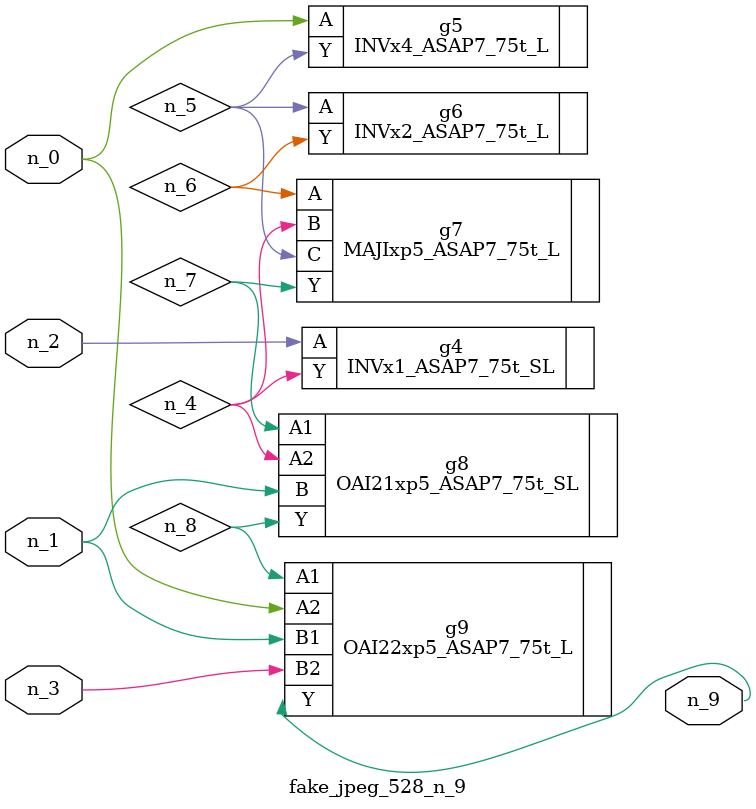
<source format=v>
module fake_jpeg_528_n_9 (n_0, n_3, n_2, n_1, n_9);

input n_0;
input n_3;
input n_2;
input n_1;

output n_9;

wire n_4;
wire n_8;
wire n_6;
wire n_5;
wire n_7;

INVx1_ASAP7_75t_SL g4 ( 
.A(n_2),
.Y(n_4)
);

INVx4_ASAP7_75t_L g5 ( 
.A(n_0),
.Y(n_5)
);

INVx2_ASAP7_75t_L g6 ( 
.A(n_5),
.Y(n_6)
);

MAJIxp5_ASAP7_75t_L g7 ( 
.A(n_6),
.B(n_4),
.C(n_5),
.Y(n_7)
);

OAI21xp5_ASAP7_75t_SL g8 ( 
.A1(n_7),
.A2(n_4),
.B(n_1),
.Y(n_8)
);

OAI22xp5_ASAP7_75t_L g9 ( 
.A1(n_8),
.A2(n_0),
.B1(n_1),
.B2(n_3),
.Y(n_9)
);


endmodule
</source>
